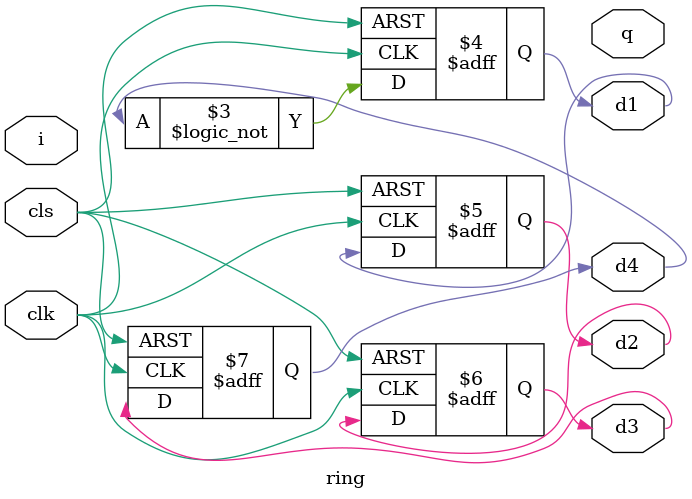
<source format=v>
`timescale 1ns / 1ps


module ring(
    input cls,clk,i,
    output reg d1,d2,d3,d4,q
    );
    always@(posedge clk,negedge cls)begin
       if(cls==1'b0)begin
        d1<=0;
        d2<=0;
        d3<=0;
        d4<=0;
       end
       else begin
        d1<=!d4;
        d2<=d1;
        d3<=d2;
        d4<=d3;
        end
    end
endmodule

</source>
